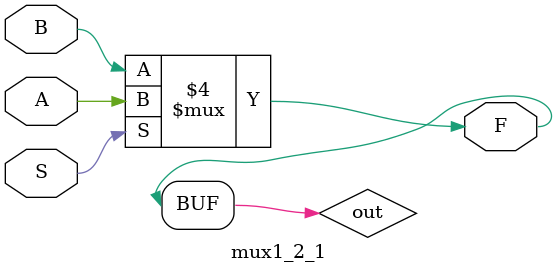
<source format=sv>
module mux1_2_1(input A, B,
					input S,
					output F);
logic out;

	always_comb begin 
	if (S == 1'b1)
		out = A;
	else
		out = B;
	
end
		
assign F = out;
		
endmodule

</source>
